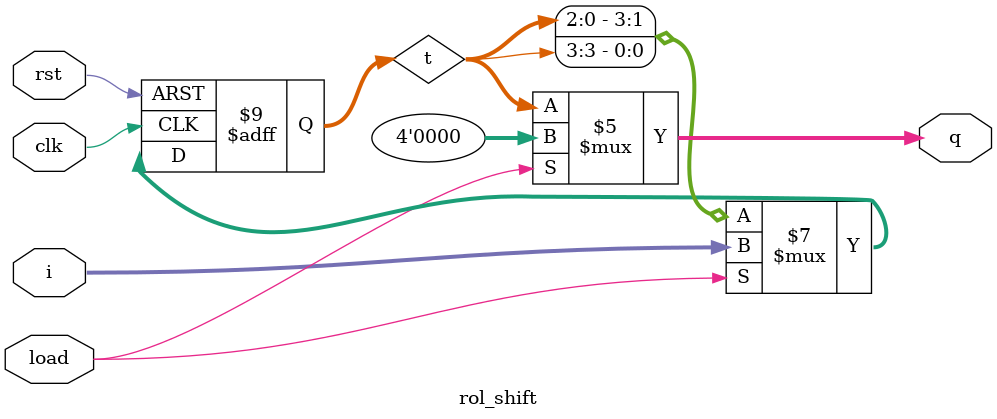
<source format=v>

module rol_shift #(parameter n=4)
(input clk,rst,load,
 input [n-1:0]i,
 output [n-1:0]q);

//reg w=1'b0;
reg [n-1:0]t;

always @ (posedge clk,negedge rst)
begin
	if(!rst)
	begin
	t<={n{1'b0}};
	//w<=1'b0;
	end
	
	else if(load==1)
	begin
	t<=i;
	end
	
	else
	begin
	t<={t[n-2:0],t[n-1]};
	//w<=w;
	end

end

assign q=(!load)?t:{n{1'b0}};

endmodule

</source>
